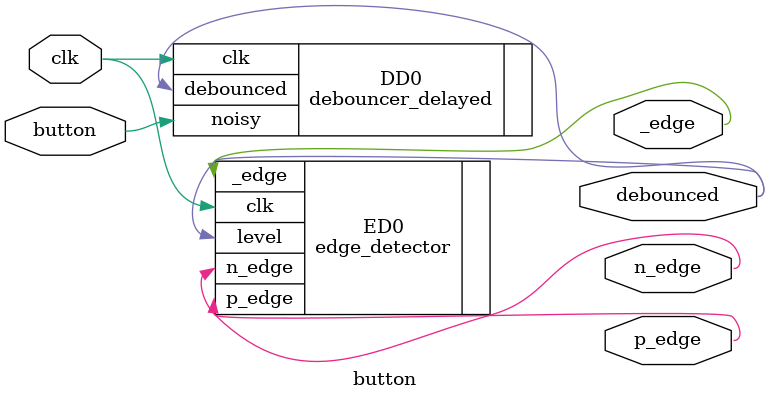
<source format=v>
`timescale 1ns / 1ps
module button(
    input clk,
    input button,
    output debounced,
    output p_edge, n_edge, _edge
    );
    
    debouncer_delayed DD0(
        .clk(clk),
        .noisy(button),
        .debounced(debounced)
    );
    
    edge_detector ED0(
        .clk(clk),
        .level(debounced),
        .p_edge(p_edge),
        .n_edge(n_edge),
        ._edge(_edge)
    );
    
endmodule

</source>
